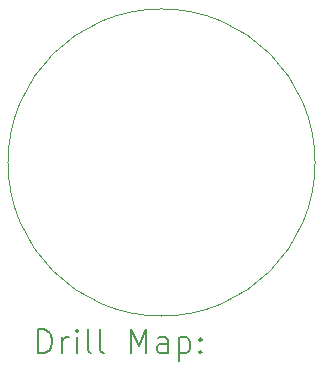
<source format=gbr>
%TF.GenerationSoftware,KiCad,Pcbnew,9.0.4*%
%TF.CreationDate,2025-10-05T00:27:59-04:00*%
%TF.ProjectId,bldc motor controller,626c6463-206d-46f7-946f-7220636f6e74,rev?*%
%TF.SameCoordinates,Original*%
%TF.FileFunction,Drillmap*%
%TF.FilePolarity,Positive*%
%FSLAX45Y45*%
G04 Gerber Fmt 4.5, Leading zero omitted, Abs format (unit mm)*
G04 Created by KiCad (PCBNEW 9.0.4) date 2025-10-05 00:27:59*
%MOMM*%
%LPD*%
G01*
G04 APERTURE LIST*
%ADD10C,0.050000*%
%ADD11C,0.200000*%
G04 APERTURE END LIST*
D10*
X15550000Y-8800000D02*
G75*
G02*
X12950000Y-8800000I-1300000J0D01*
G01*
X12950000Y-8800000D02*
G75*
G02*
X15550000Y-8800000I1300000J0D01*
G01*
D11*
X13208277Y-10413984D02*
X13208277Y-10213984D01*
X13208277Y-10213984D02*
X13255896Y-10213984D01*
X13255896Y-10213984D02*
X13284467Y-10223508D01*
X13284467Y-10223508D02*
X13303515Y-10242555D01*
X13303515Y-10242555D02*
X13313039Y-10261603D01*
X13313039Y-10261603D02*
X13322562Y-10299698D01*
X13322562Y-10299698D02*
X13322562Y-10328270D01*
X13322562Y-10328270D02*
X13313039Y-10366365D01*
X13313039Y-10366365D02*
X13303515Y-10385412D01*
X13303515Y-10385412D02*
X13284467Y-10404460D01*
X13284467Y-10404460D02*
X13255896Y-10413984D01*
X13255896Y-10413984D02*
X13208277Y-10413984D01*
X13408277Y-10413984D02*
X13408277Y-10280650D01*
X13408277Y-10318746D02*
X13417801Y-10299698D01*
X13417801Y-10299698D02*
X13427324Y-10290174D01*
X13427324Y-10290174D02*
X13446372Y-10280650D01*
X13446372Y-10280650D02*
X13465420Y-10280650D01*
X13532086Y-10413984D02*
X13532086Y-10280650D01*
X13532086Y-10213984D02*
X13522562Y-10223508D01*
X13522562Y-10223508D02*
X13532086Y-10233031D01*
X13532086Y-10233031D02*
X13541610Y-10223508D01*
X13541610Y-10223508D02*
X13532086Y-10213984D01*
X13532086Y-10213984D02*
X13532086Y-10233031D01*
X13655896Y-10413984D02*
X13636848Y-10404460D01*
X13636848Y-10404460D02*
X13627324Y-10385412D01*
X13627324Y-10385412D02*
X13627324Y-10213984D01*
X13760658Y-10413984D02*
X13741610Y-10404460D01*
X13741610Y-10404460D02*
X13732086Y-10385412D01*
X13732086Y-10385412D02*
X13732086Y-10213984D01*
X13989229Y-10413984D02*
X13989229Y-10213984D01*
X13989229Y-10213984D02*
X14055896Y-10356841D01*
X14055896Y-10356841D02*
X14122562Y-10213984D01*
X14122562Y-10213984D02*
X14122562Y-10413984D01*
X14303515Y-10413984D02*
X14303515Y-10309222D01*
X14303515Y-10309222D02*
X14293991Y-10290174D01*
X14293991Y-10290174D02*
X14274943Y-10280650D01*
X14274943Y-10280650D02*
X14236848Y-10280650D01*
X14236848Y-10280650D02*
X14217801Y-10290174D01*
X14303515Y-10404460D02*
X14284467Y-10413984D01*
X14284467Y-10413984D02*
X14236848Y-10413984D01*
X14236848Y-10413984D02*
X14217801Y-10404460D01*
X14217801Y-10404460D02*
X14208277Y-10385412D01*
X14208277Y-10385412D02*
X14208277Y-10366365D01*
X14208277Y-10366365D02*
X14217801Y-10347317D01*
X14217801Y-10347317D02*
X14236848Y-10337793D01*
X14236848Y-10337793D02*
X14284467Y-10337793D01*
X14284467Y-10337793D02*
X14303515Y-10328270D01*
X14398753Y-10280650D02*
X14398753Y-10480650D01*
X14398753Y-10290174D02*
X14417801Y-10280650D01*
X14417801Y-10280650D02*
X14455896Y-10280650D01*
X14455896Y-10280650D02*
X14474943Y-10290174D01*
X14474943Y-10290174D02*
X14484467Y-10299698D01*
X14484467Y-10299698D02*
X14493991Y-10318746D01*
X14493991Y-10318746D02*
X14493991Y-10375889D01*
X14493991Y-10375889D02*
X14484467Y-10394936D01*
X14484467Y-10394936D02*
X14474943Y-10404460D01*
X14474943Y-10404460D02*
X14455896Y-10413984D01*
X14455896Y-10413984D02*
X14417801Y-10413984D01*
X14417801Y-10413984D02*
X14398753Y-10404460D01*
X14579705Y-10394936D02*
X14589229Y-10404460D01*
X14589229Y-10404460D02*
X14579705Y-10413984D01*
X14579705Y-10413984D02*
X14570182Y-10404460D01*
X14570182Y-10404460D02*
X14579705Y-10394936D01*
X14579705Y-10394936D02*
X14579705Y-10413984D01*
X14579705Y-10290174D02*
X14589229Y-10299698D01*
X14589229Y-10299698D02*
X14579705Y-10309222D01*
X14579705Y-10309222D02*
X14570182Y-10299698D01*
X14570182Y-10299698D02*
X14579705Y-10290174D01*
X14579705Y-10290174D02*
X14579705Y-10309222D01*
M02*

</source>
